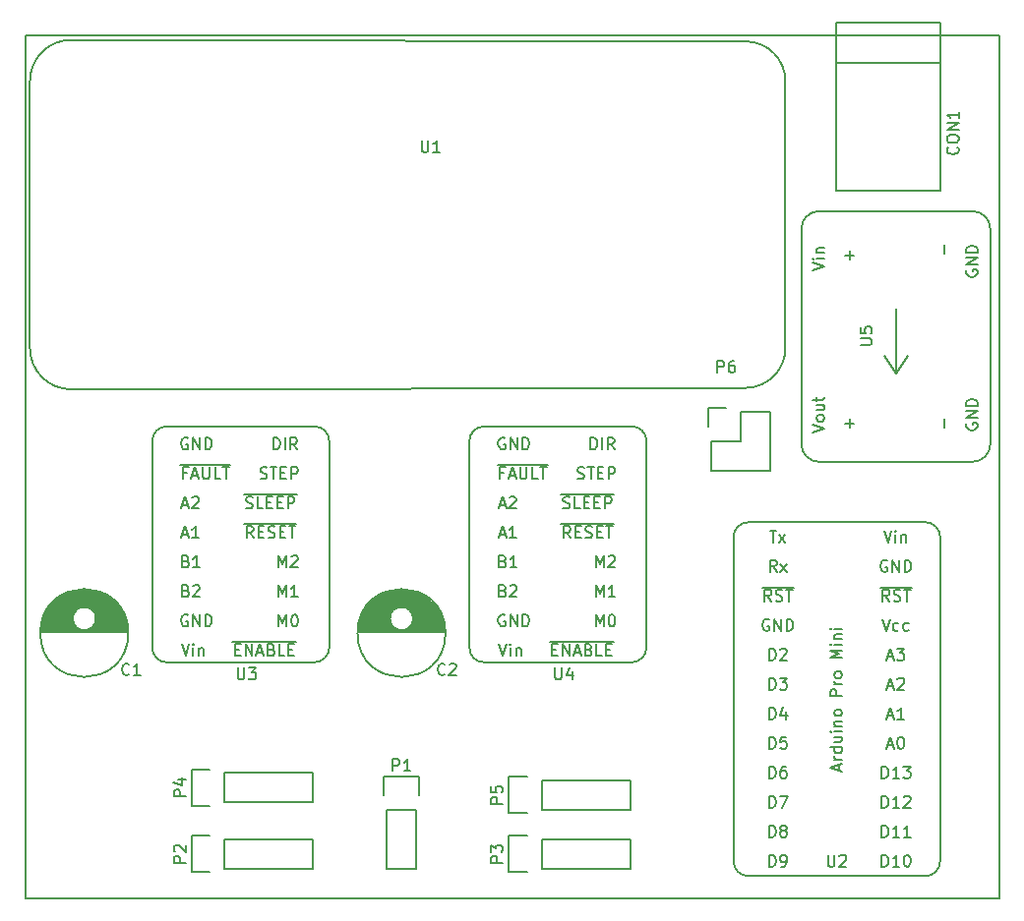
<source format=gbr>
G04 #@! TF.FileFunction,Legend,Top*
%FSLAX46Y46*%
G04 Gerber Fmt 4.6, Leading zero omitted, Abs format (unit mm)*
G04 Created by KiCad (PCBNEW 4.0.2-stable) date 13/03/2016 19:14:25*
%MOMM*%
G01*
G04 APERTURE LIST*
%ADD10C,0.100000*%
%ADD11C,0.150000*%
G04 APERTURE END LIST*
D10*
D11*
X177165000Y-64135000D02*
X177165000Y-138430000D01*
X177165000Y-64135000D02*
X93345000Y-64135000D01*
X172720000Y-138430000D02*
X177165000Y-138430000D01*
X93345000Y-138430000D02*
X172720000Y-138430000D01*
X93345000Y-64135000D02*
X93345000Y-138430000D01*
X94676000Y-115515000D02*
X102174000Y-115515000D01*
X94681000Y-115375000D02*
X102169000Y-115375000D01*
X94692000Y-115235000D02*
X97979000Y-115235000D01*
X98871000Y-115235000D02*
X102158000Y-115235000D01*
X94708000Y-115095000D02*
X97769000Y-115095000D01*
X99081000Y-115095000D02*
X102142000Y-115095000D01*
X94729000Y-114955000D02*
X97636000Y-114955000D01*
X99214000Y-114955000D02*
X102121000Y-114955000D01*
X94756000Y-114815000D02*
X97545000Y-114815000D01*
X99305000Y-114815000D02*
X102094000Y-114815000D01*
X94788000Y-114675000D02*
X97483000Y-114675000D01*
X99367000Y-114675000D02*
X102062000Y-114675000D01*
X94826000Y-114535000D02*
X97444000Y-114535000D01*
X99406000Y-114535000D02*
X102024000Y-114535000D01*
X94870000Y-114395000D02*
X97427000Y-114395000D01*
X99423000Y-114395000D02*
X101980000Y-114395000D01*
X94921000Y-114255000D02*
X97429000Y-114255000D01*
X99421000Y-114255000D02*
X101929000Y-114255000D01*
X94977000Y-114115000D02*
X97451000Y-114115000D01*
X99399000Y-114115000D02*
X101873000Y-114115000D01*
X95041000Y-113975000D02*
X97494000Y-113975000D01*
X99356000Y-113975000D02*
X101809000Y-113975000D01*
X95111000Y-113835000D02*
X97562000Y-113835000D01*
X99288000Y-113835000D02*
X101739000Y-113835000D01*
X95189000Y-113695000D02*
X97661000Y-113695000D01*
X99189000Y-113695000D02*
X101661000Y-113695000D01*
X95275000Y-113555000D02*
X97806000Y-113555000D01*
X99044000Y-113555000D02*
X101575000Y-113555000D01*
X95370000Y-113415000D02*
X98045000Y-113415000D01*
X98805000Y-113415000D02*
X101480000Y-113415000D01*
X95475000Y-113275000D02*
X101375000Y-113275000D01*
X95590000Y-113135000D02*
X101260000Y-113135000D01*
X95718000Y-112995000D02*
X101132000Y-112995000D01*
X95859000Y-112855000D02*
X100991000Y-112855000D01*
X96017000Y-112715000D02*
X100833000Y-112715000D01*
X96195000Y-112575000D02*
X100655000Y-112575000D01*
X96398000Y-112435000D02*
X100452000Y-112435000D01*
X96635000Y-112295000D02*
X100215000Y-112295000D01*
X96921000Y-112155000D02*
X99929000Y-112155000D01*
X97293000Y-112015000D02*
X99557000Y-112015000D01*
X97914000Y-111875000D02*
X98936000Y-111875000D01*
X99425000Y-114340000D02*
G75*
G03X99425000Y-114340000I-1000000J0D01*
G01*
X102212500Y-115590000D02*
G75*
G03X102212500Y-115590000I-3787500J0D01*
G01*
X121981000Y-115515000D02*
X129479000Y-115515000D01*
X121986000Y-115375000D02*
X129474000Y-115375000D01*
X121997000Y-115235000D02*
X125284000Y-115235000D01*
X126176000Y-115235000D02*
X129463000Y-115235000D01*
X122013000Y-115095000D02*
X125074000Y-115095000D01*
X126386000Y-115095000D02*
X129447000Y-115095000D01*
X122034000Y-114955000D02*
X124941000Y-114955000D01*
X126519000Y-114955000D02*
X129426000Y-114955000D01*
X122061000Y-114815000D02*
X124850000Y-114815000D01*
X126610000Y-114815000D02*
X129399000Y-114815000D01*
X122093000Y-114675000D02*
X124788000Y-114675000D01*
X126672000Y-114675000D02*
X129367000Y-114675000D01*
X122131000Y-114535000D02*
X124749000Y-114535000D01*
X126711000Y-114535000D02*
X129329000Y-114535000D01*
X122175000Y-114395000D02*
X124732000Y-114395000D01*
X126728000Y-114395000D02*
X129285000Y-114395000D01*
X122226000Y-114255000D02*
X124734000Y-114255000D01*
X126726000Y-114255000D02*
X129234000Y-114255000D01*
X122282000Y-114115000D02*
X124756000Y-114115000D01*
X126704000Y-114115000D02*
X129178000Y-114115000D01*
X122346000Y-113975000D02*
X124799000Y-113975000D01*
X126661000Y-113975000D02*
X129114000Y-113975000D01*
X122416000Y-113835000D02*
X124867000Y-113835000D01*
X126593000Y-113835000D02*
X129044000Y-113835000D01*
X122494000Y-113695000D02*
X124966000Y-113695000D01*
X126494000Y-113695000D02*
X128966000Y-113695000D01*
X122580000Y-113555000D02*
X125111000Y-113555000D01*
X126349000Y-113555000D02*
X128880000Y-113555000D01*
X122675000Y-113415000D02*
X125350000Y-113415000D01*
X126110000Y-113415000D02*
X128785000Y-113415000D01*
X122780000Y-113275000D02*
X128680000Y-113275000D01*
X122895000Y-113135000D02*
X128565000Y-113135000D01*
X123023000Y-112995000D02*
X128437000Y-112995000D01*
X123164000Y-112855000D02*
X128296000Y-112855000D01*
X123322000Y-112715000D02*
X128138000Y-112715000D01*
X123500000Y-112575000D02*
X127960000Y-112575000D01*
X123703000Y-112435000D02*
X127757000Y-112435000D01*
X123940000Y-112295000D02*
X127520000Y-112295000D01*
X124226000Y-112155000D02*
X127234000Y-112155000D01*
X124598000Y-112015000D02*
X126862000Y-112015000D01*
X125219000Y-111875000D02*
X126241000Y-111875000D01*
X126730000Y-114340000D02*
G75*
G03X126730000Y-114340000I-1000000J0D01*
G01*
X129517500Y-115590000D02*
G75*
G03X129517500Y-115590000I-3787500J0D01*
G01*
X172140880Y-66484500D02*
X163139120Y-66484500D01*
X172140880Y-62984380D02*
X163139120Y-62984380D01*
X163139120Y-62984380D02*
X163139120Y-77485240D01*
X163139120Y-77485240D02*
X172140880Y-77485240D01*
X172140880Y-77485240D02*
X172140880Y-62984380D01*
X124460000Y-130810000D02*
X124460000Y-135890000D01*
X124460000Y-135890000D02*
X127000000Y-135890000D01*
X127000000Y-135890000D02*
X127000000Y-130810000D01*
X127280000Y-127990000D02*
X127280000Y-129540000D01*
X127000000Y-130810000D02*
X124460000Y-130810000D01*
X124180000Y-129540000D02*
X124180000Y-127990000D01*
X124180000Y-127990000D02*
X127280000Y-127990000D01*
X110490000Y-135890000D02*
X118110000Y-135890000D01*
X110490000Y-133350000D02*
X118110000Y-133350000D01*
X107670000Y-133070000D02*
X109220000Y-133070000D01*
X118110000Y-135890000D02*
X118110000Y-133350000D01*
X110490000Y-133350000D02*
X110490000Y-135890000D01*
X109220000Y-136170000D02*
X107670000Y-136170000D01*
X107670000Y-136170000D02*
X107670000Y-133070000D01*
X137795000Y-135890000D02*
X145415000Y-135890000D01*
X137795000Y-133350000D02*
X145415000Y-133350000D01*
X134975000Y-133070000D02*
X136525000Y-133070000D01*
X145415000Y-135890000D02*
X145415000Y-133350000D01*
X137795000Y-133350000D02*
X137795000Y-135890000D01*
X136525000Y-136170000D02*
X134975000Y-136170000D01*
X134975000Y-136170000D02*
X134975000Y-133070000D01*
X110490000Y-130175000D02*
X118110000Y-130175000D01*
X110490000Y-127635000D02*
X118110000Y-127635000D01*
X107670000Y-127355000D02*
X109220000Y-127355000D01*
X118110000Y-130175000D02*
X118110000Y-127635000D01*
X110490000Y-127635000D02*
X110490000Y-130175000D01*
X109220000Y-130455000D02*
X107670000Y-130455000D01*
X107670000Y-130455000D02*
X107670000Y-127355000D01*
X137795000Y-130810000D02*
X145415000Y-130810000D01*
X137795000Y-128270000D02*
X145415000Y-128270000D01*
X134975000Y-127990000D02*
X136525000Y-127990000D01*
X145415000Y-130810000D02*
X145415000Y-128270000D01*
X137795000Y-128270000D02*
X137795000Y-130810000D01*
X136525000Y-131090000D02*
X134975000Y-131090000D01*
X134975000Y-131090000D02*
X134975000Y-127990000D01*
X152120000Y-97790000D02*
X152120000Y-96240000D01*
X153670000Y-96240000D02*
X152120000Y-96240000D01*
X152400000Y-99060000D02*
X154940000Y-99060000D01*
X154940000Y-99060000D02*
X154940000Y-96520000D01*
X154940000Y-96520000D02*
X157480000Y-96520000D01*
X157480000Y-96520000D02*
X157480000Y-101600000D01*
X157480000Y-101600000D02*
X152400000Y-101600000D01*
X152400000Y-101600000D02*
X152400000Y-99060000D01*
X155342001Y-64625000D02*
X97303001Y-64498000D01*
X97303001Y-94597000D02*
X155342001Y-94470000D01*
X155342001Y-94470000D02*
G75*
G03X158771001Y-91041000I0J3429000D01*
G01*
X158771001Y-68054000D02*
G75*
G03X155342001Y-64625000I-3429000J0D01*
G01*
X97303001Y-64498000D02*
G75*
G03X93747001Y-68054000I0J-3556000D01*
G01*
X93747001Y-91041000D02*
G75*
G03X97303001Y-94597000I3556000J0D01*
G01*
X93747001Y-91041000D02*
X93747001Y-68054000D01*
X158771001Y-91041000D02*
X158771001Y-68054000D01*
X172085000Y-107315000D02*
X172085000Y-135255000D01*
X155575000Y-106045000D02*
X170815000Y-106045000D01*
X154305000Y-135255000D02*
X154305000Y-107315000D01*
X170815000Y-136525000D02*
X155575000Y-136525000D01*
X170815000Y-136525000D02*
G75*
G03X172085000Y-135255000I0J1270000D01*
G01*
X154305000Y-135255000D02*
G75*
G03X155575000Y-136525000I1270000J0D01*
G01*
X155575000Y-106045000D02*
G75*
G03X154305000Y-107315000I0J-1270000D01*
G01*
X172085000Y-107315000D02*
G75*
G03X170815000Y-106045000I-1270000J0D01*
G01*
X105537000Y-97790000D02*
X118237000Y-97790000D01*
X119507000Y-116840000D02*
X119507000Y-99060000D01*
X105537000Y-118110000D02*
X118237000Y-118110000D01*
X104267000Y-116840000D02*
G75*
G03X105537000Y-118110000I1270000J0D01*
G01*
X105537000Y-97790000D02*
G75*
G03X104267000Y-99060000I0J-1270000D01*
G01*
X119507000Y-99060000D02*
G75*
G03X118237000Y-97790000I-1270000J0D01*
G01*
X118237000Y-118110000D02*
G75*
G03X119507000Y-116840000I0J1270000D01*
G01*
X104267000Y-99060000D02*
X104267000Y-116840000D01*
X132842000Y-97790000D02*
X145542000Y-97790000D01*
X146812000Y-116840000D02*
X146812000Y-99060000D01*
X132842000Y-118110000D02*
X145542000Y-118110000D01*
X131572000Y-116840000D02*
G75*
G03X132842000Y-118110000I1270000J0D01*
G01*
X132842000Y-97790000D02*
G75*
G03X131572000Y-99060000I0J-1270000D01*
G01*
X146812000Y-99060000D02*
G75*
G03X145542000Y-97790000I-1270000J0D01*
G01*
X145542000Y-118110000D02*
G75*
G03X146812000Y-116840000I0J1270000D01*
G01*
X131572000Y-99060000D02*
X131572000Y-116840000D01*
X168275000Y-93218000D02*
X167259000Y-91694000D01*
X168275000Y-87630000D02*
X168275000Y-93218000D01*
X168275000Y-93218000D02*
X169291000Y-91694000D01*
X174879000Y-100838000D02*
G75*
G03X176403000Y-99314000I0J1524000D01*
G01*
X161671000Y-100838000D02*
X174879000Y-100838000D01*
X160147000Y-99314000D02*
G75*
G03X161671000Y-100838000I1524000J0D01*
G01*
X160147000Y-80772000D02*
X160147000Y-99314000D01*
X161671000Y-79248000D02*
G75*
G03X160147000Y-80772000I0J-1524000D01*
G01*
X174879000Y-79248000D02*
X161671000Y-79248000D01*
X176403000Y-80772000D02*
X176403000Y-99314000D01*
X176403000Y-80772000D02*
G75*
G03X174879000Y-79248000I-1524000J0D01*
G01*
X102296934Y-119127543D02*
X102249315Y-119175162D01*
X102106458Y-119222781D01*
X102011220Y-119222781D01*
X101868362Y-119175162D01*
X101773124Y-119079924D01*
X101725505Y-118984686D01*
X101677886Y-118794210D01*
X101677886Y-118651352D01*
X101725505Y-118460876D01*
X101773124Y-118365638D01*
X101868362Y-118270400D01*
X102011220Y-118222781D01*
X102106458Y-118222781D01*
X102249315Y-118270400D01*
X102296934Y-118318019D01*
X103249315Y-119222781D02*
X102677886Y-119222781D01*
X102963600Y-119222781D02*
X102963600Y-118222781D01*
X102868362Y-118365638D01*
X102773124Y-118460876D01*
X102677886Y-118508495D01*
X129474934Y-119127543D02*
X129427315Y-119175162D01*
X129284458Y-119222781D01*
X129189220Y-119222781D01*
X129046362Y-119175162D01*
X128951124Y-119079924D01*
X128903505Y-118984686D01*
X128855886Y-118794210D01*
X128855886Y-118651352D01*
X128903505Y-118460876D01*
X128951124Y-118365638D01*
X129046362Y-118270400D01*
X129189220Y-118222781D01*
X129284458Y-118222781D01*
X129427315Y-118270400D01*
X129474934Y-118318019D01*
X129855886Y-118318019D02*
X129903505Y-118270400D01*
X129998743Y-118222781D01*
X130236839Y-118222781D01*
X130332077Y-118270400D01*
X130379696Y-118318019D01*
X130427315Y-118413257D01*
X130427315Y-118508495D01*
X130379696Y-118651352D01*
X129808267Y-119222781D01*
X130427315Y-119222781D01*
X173585143Y-73731285D02*
X173632762Y-73778904D01*
X173680381Y-73921761D01*
X173680381Y-74016999D01*
X173632762Y-74159857D01*
X173537524Y-74255095D01*
X173442286Y-74302714D01*
X173251810Y-74350333D01*
X173108952Y-74350333D01*
X172918476Y-74302714D01*
X172823238Y-74255095D01*
X172728000Y-74159857D01*
X172680381Y-74016999D01*
X172680381Y-73921761D01*
X172728000Y-73778904D01*
X172775619Y-73731285D01*
X172680381Y-73112238D02*
X172680381Y-72921761D01*
X172728000Y-72826523D01*
X172823238Y-72731285D01*
X173013714Y-72683666D01*
X173347048Y-72683666D01*
X173537524Y-72731285D01*
X173632762Y-72826523D01*
X173680381Y-72921761D01*
X173680381Y-73112238D01*
X173632762Y-73207476D01*
X173537524Y-73302714D01*
X173347048Y-73350333D01*
X173013714Y-73350333D01*
X172823238Y-73302714D01*
X172728000Y-73207476D01*
X172680381Y-73112238D01*
X173680381Y-72255095D02*
X172680381Y-72255095D01*
X173680381Y-71683666D01*
X172680381Y-71683666D01*
X173680381Y-70683666D02*
X173680381Y-71255095D01*
X173680381Y-70969381D02*
X172680381Y-70969381D01*
X172823238Y-71064619D01*
X172918476Y-71159857D01*
X172966095Y-71255095D01*
X124991905Y-127452381D02*
X124991905Y-126452381D01*
X125372858Y-126452381D01*
X125468096Y-126500000D01*
X125515715Y-126547619D01*
X125563334Y-126642857D01*
X125563334Y-126785714D01*
X125515715Y-126880952D01*
X125468096Y-126928571D01*
X125372858Y-126976190D01*
X124991905Y-126976190D01*
X126515715Y-127452381D02*
X125944286Y-127452381D01*
X126230000Y-127452381D02*
X126230000Y-126452381D01*
X126134762Y-126595238D01*
X126039524Y-126690476D01*
X125944286Y-126738095D01*
X107132381Y-135358095D02*
X106132381Y-135358095D01*
X106132381Y-134977142D01*
X106180000Y-134881904D01*
X106227619Y-134834285D01*
X106322857Y-134786666D01*
X106465714Y-134786666D01*
X106560952Y-134834285D01*
X106608571Y-134881904D01*
X106656190Y-134977142D01*
X106656190Y-135358095D01*
X106227619Y-134405714D02*
X106180000Y-134358095D01*
X106132381Y-134262857D01*
X106132381Y-134024761D01*
X106180000Y-133929523D01*
X106227619Y-133881904D01*
X106322857Y-133834285D01*
X106418095Y-133834285D01*
X106560952Y-133881904D01*
X107132381Y-134453333D01*
X107132381Y-133834285D01*
X134437381Y-135358095D02*
X133437381Y-135358095D01*
X133437381Y-134977142D01*
X133485000Y-134881904D01*
X133532619Y-134834285D01*
X133627857Y-134786666D01*
X133770714Y-134786666D01*
X133865952Y-134834285D01*
X133913571Y-134881904D01*
X133961190Y-134977142D01*
X133961190Y-135358095D01*
X133437381Y-134453333D02*
X133437381Y-133834285D01*
X133818333Y-134167619D01*
X133818333Y-134024761D01*
X133865952Y-133929523D01*
X133913571Y-133881904D01*
X134008810Y-133834285D01*
X134246905Y-133834285D01*
X134342143Y-133881904D01*
X134389762Y-133929523D01*
X134437381Y-134024761D01*
X134437381Y-134310476D01*
X134389762Y-134405714D01*
X134342143Y-134453333D01*
X107132381Y-129643095D02*
X106132381Y-129643095D01*
X106132381Y-129262142D01*
X106180000Y-129166904D01*
X106227619Y-129119285D01*
X106322857Y-129071666D01*
X106465714Y-129071666D01*
X106560952Y-129119285D01*
X106608571Y-129166904D01*
X106656190Y-129262142D01*
X106656190Y-129643095D01*
X106465714Y-128214523D02*
X107132381Y-128214523D01*
X106084762Y-128452619D02*
X106799048Y-128690714D01*
X106799048Y-128071666D01*
X134437381Y-130278095D02*
X133437381Y-130278095D01*
X133437381Y-129897142D01*
X133485000Y-129801904D01*
X133532619Y-129754285D01*
X133627857Y-129706666D01*
X133770714Y-129706666D01*
X133865952Y-129754285D01*
X133913571Y-129801904D01*
X133961190Y-129897142D01*
X133961190Y-130278095D01*
X133437381Y-128801904D02*
X133437381Y-129278095D01*
X133913571Y-129325714D01*
X133865952Y-129278095D01*
X133818333Y-129182857D01*
X133818333Y-128944761D01*
X133865952Y-128849523D01*
X133913571Y-128801904D01*
X134008810Y-128754285D01*
X134246905Y-128754285D01*
X134342143Y-128801904D01*
X134389762Y-128849523D01*
X134437381Y-128944761D01*
X134437381Y-129182857D01*
X134389762Y-129278095D01*
X134342143Y-129325714D01*
X152931905Y-93142381D02*
X152931905Y-92142381D01*
X153312858Y-92142381D01*
X153408096Y-92190000D01*
X153455715Y-92237619D01*
X153503334Y-92332857D01*
X153503334Y-92475714D01*
X153455715Y-92570952D01*
X153408096Y-92618571D01*
X153312858Y-92666190D01*
X152931905Y-92666190D01*
X154360477Y-92142381D02*
X154170000Y-92142381D01*
X154074762Y-92190000D01*
X154027143Y-92237619D01*
X153931905Y-92380476D01*
X153884286Y-92570952D01*
X153884286Y-92951905D01*
X153931905Y-93047143D01*
X153979524Y-93094762D01*
X154074762Y-93142381D01*
X154265239Y-93142381D01*
X154360477Y-93094762D01*
X154408096Y-93047143D01*
X154455715Y-92951905D01*
X154455715Y-92713810D01*
X154408096Y-92618571D01*
X154360477Y-92570952D01*
X154265239Y-92523333D01*
X154074762Y-92523333D01*
X153979524Y-92570952D01*
X153931905Y-92618571D01*
X153884286Y-92713810D01*
X127457295Y-73163181D02*
X127457295Y-73972705D01*
X127504914Y-74067943D01*
X127552533Y-74115562D01*
X127647771Y-74163181D01*
X127838248Y-74163181D01*
X127933486Y-74115562D01*
X127981105Y-74067943D01*
X128028724Y-73972705D01*
X128028724Y-73163181D01*
X129028724Y-74163181D02*
X128457295Y-74163181D01*
X128743009Y-74163181D02*
X128743009Y-73163181D01*
X128647771Y-73306038D01*
X128552533Y-73401276D01*
X128457295Y-73448895D01*
X162433095Y-134707381D02*
X162433095Y-135516905D01*
X162480714Y-135612143D01*
X162528333Y-135659762D01*
X162623571Y-135707381D01*
X162814048Y-135707381D01*
X162909286Y-135659762D01*
X162956905Y-135612143D01*
X163004524Y-135516905D01*
X163004524Y-134707381D01*
X163433095Y-134802619D02*
X163480714Y-134755000D01*
X163575952Y-134707381D01*
X163814048Y-134707381D01*
X163909286Y-134755000D01*
X163956905Y-134802619D01*
X164004524Y-134897857D01*
X164004524Y-134993095D01*
X163956905Y-135135952D01*
X163385476Y-135707381D01*
X164004524Y-135707381D01*
X163361667Y-127404048D02*
X163361667Y-126927857D01*
X163647381Y-127499286D02*
X162647381Y-127165953D01*
X163647381Y-126832619D01*
X163647381Y-126499286D02*
X162980714Y-126499286D01*
X163171190Y-126499286D02*
X163075952Y-126451667D01*
X163028333Y-126404048D01*
X162980714Y-126308810D01*
X162980714Y-126213571D01*
X163647381Y-125451666D02*
X162647381Y-125451666D01*
X163599762Y-125451666D02*
X163647381Y-125546904D01*
X163647381Y-125737381D01*
X163599762Y-125832619D01*
X163552143Y-125880238D01*
X163456905Y-125927857D01*
X163171190Y-125927857D01*
X163075952Y-125880238D01*
X163028333Y-125832619D01*
X162980714Y-125737381D01*
X162980714Y-125546904D01*
X163028333Y-125451666D01*
X162980714Y-124546904D02*
X163647381Y-124546904D01*
X162980714Y-124975476D02*
X163504524Y-124975476D01*
X163599762Y-124927857D01*
X163647381Y-124832619D01*
X163647381Y-124689761D01*
X163599762Y-124594523D01*
X163552143Y-124546904D01*
X163647381Y-124070714D02*
X162980714Y-124070714D01*
X162647381Y-124070714D02*
X162695000Y-124118333D01*
X162742619Y-124070714D01*
X162695000Y-124023095D01*
X162647381Y-124070714D01*
X162742619Y-124070714D01*
X162980714Y-123594524D02*
X163647381Y-123594524D01*
X163075952Y-123594524D02*
X163028333Y-123546905D01*
X162980714Y-123451667D01*
X162980714Y-123308809D01*
X163028333Y-123213571D01*
X163123571Y-123165952D01*
X163647381Y-123165952D01*
X163647381Y-122546905D02*
X163599762Y-122642143D01*
X163552143Y-122689762D01*
X163456905Y-122737381D01*
X163171190Y-122737381D01*
X163075952Y-122689762D01*
X163028333Y-122642143D01*
X162980714Y-122546905D01*
X162980714Y-122404047D01*
X163028333Y-122308809D01*
X163075952Y-122261190D01*
X163171190Y-122213571D01*
X163456905Y-122213571D01*
X163552143Y-122261190D01*
X163599762Y-122308809D01*
X163647381Y-122404047D01*
X163647381Y-122546905D01*
X163647381Y-121023095D02*
X162647381Y-121023095D01*
X162647381Y-120642142D01*
X162695000Y-120546904D01*
X162742619Y-120499285D01*
X162837857Y-120451666D01*
X162980714Y-120451666D01*
X163075952Y-120499285D01*
X163123571Y-120546904D01*
X163171190Y-120642142D01*
X163171190Y-121023095D01*
X163647381Y-120023095D02*
X162980714Y-120023095D01*
X163171190Y-120023095D02*
X163075952Y-119975476D01*
X163028333Y-119927857D01*
X162980714Y-119832619D01*
X162980714Y-119737380D01*
X163647381Y-119261190D02*
X163599762Y-119356428D01*
X163552143Y-119404047D01*
X163456905Y-119451666D01*
X163171190Y-119451666D01*
X163075952Y-119404047D01*
X163028333Y-119356428D01*
X162980714Y-119261190D01*
X162980714Y-119118332D01*
X163028333Y-119023094D01*
X163075952Y-118975475D01*
X163171190Y-118927856D01*
X163456905Y-118927856D01*
X163552143Y-118975475D01*
X163599762Y-119023094D01*
X163647381Y-119118332D01*
X163647381Y-119261190D01*
X163647381Y-117737380D02*
X162647381Y-117737380D01*
X163361667Y-117404046D01*
X162647381Y-117070713D01*
X163647381Y-117070713D01*
X163647381Y-116594523D02*
X162980714Y-116594523D01*
X162647381Y-116594523D02*
X162695000Y-116642142D01*
X162742619Y-116594523D01*
X162695000Y-116546904D01*
X162647381Y-116594523D01*
X162742619Y-116594523D01*
X162980714Y-116118333D02*
X163647381Y-116118333D01*
X163075952Y-116118333D02*
X163028333Y-116070714D01*
X162980714Y-115975476D01*
X162980714Y-115832618D01*
X163028333Y-115737380D01*
X163123571Y-115689761D01*
X163647381Y-115689761D01*
X163647381Y-115213571D02*
X162980714Y-115213571D01*
X162647381Y-115213571D02*
X162695000Y-115261190D01*
X162742619Y-115213571D01*
X162695000Y-115165952D01*
X162647381Y-115213571D01*
X162742619Y-115213571D01*
X167251191Y-106767381D02*
X167584524Y-107767381D01*
X167917858Y-106767381D01*
X168251191Y-107767381D02*
X168251191Y-107100714D01*
X168251191Y-106767381D02*
X168203572Y-106815000D01*
X168251191Y-106862619D01*
X168298810Y-106815000D01*
X168251191Y-106767381D01*
X168251191Y-106862619D01*
X168727381Y-107100714D02*
X168727381Y-107767381D01*
X168727381Y-107195952D02*
X168775000Y-107148333D01*
X168870238Y-107100714D01*
X169013096Y-107100714D01*
X169108334Y-107148333D01*
X169155953Y-107243571D01*
X169155953Y-107767381D01*
X167513096Y-109355000D02*
X167417858Y-109307381D01*
X167275001Y-109307381D01*
X167132143Y-109355000D01*
X167036905Y-109450238D01*
X166989286Y-109545476D01*
X166941667Y-109735952D01*
X166941667Y-109878810D01*
X166989286Y-110069286D01*
X167036905Y-110164524D01*
X167132143Y-110259762D01*
X167275001Y-110307381D01*
X167370239Y-110307381D01*
X167513096Y-110259762D01*
X167560715Y-110212143D01*
X167560715Y-109878810D01*
X167370239Y-109878810D01*
X167989286Y-110307381D02*
X167989286Y-109307381D01*
X168560715Y-110307381D01*
X168560715Y-109307381D01*
X169036905Y-110307381D02*
X169036905Y-109307381D01*
X169275000Y-109307381D01*
X169417858Y-109355000D01*
X169513096Y-109450238D01*
X169560715Y-109545476D01*
X169608334Y-109735952D01*
X169608334Y-109878810D01*
X169560715Y-110069286D01*
X169513096Y-110164524D01*
X169417858Y-110259762D01*
X169275000Y-110307381D01*
X169036905Y-110307381D01*
X167727381Y-112847381D02*
X167394047Y-112371190D01*
X167155952Y-112847381D02*
X167155952Y-111847381D01*
X167536905Y-111847381D01*
X167632143Y-111895000D01*
X167679762Y-111942619D01*
X167727381Y-112037857D01*
X167727381Y-112180714D01*
X167679762Y-112275952D01*
X167632143Y-112323571D01*
X167536905Y-112371190D01*
X167155952Y-112371190D01*
X168108333Y-112799762D02*
X168251190Y-112847381D01*
X168489286Y-112847381D01*
X168584524Y-112799762D01*
X168632143Y-112752143D01*
X168679762Y-112656905D01*
X168679762Y-112561667D01*
X168632143Y-112466429D01*
X168584524Y-112418810D01*
X168489286Y-112371190D01*
X168298809Y-112323571D01*
X168203571Y-112275952D01*
X168155952Y-112228333D01*
X168108333Y-112133095D01*
X168108333Y-112037857D01*
X168155952Y-111942619D01*
X168203571Y-111895000D01*
X168298809Y-111847381D01*
X168536905Y-111847381D01*
X168679762Y-111895000D01*
X168965476Y-111847381D02*
X169536905Y-111847381D01*
X169251190Y-112847381D02*
X169251190Y-111847381D01*
X166917857Y-111675000D02*
X169632143Y-111675000D01*
X167084524Y-114387381D02*
X167417857Y-115387381D01*
X167751191Y-114387381D01*
X168513096Y-115339762D02*
X168417858Y-115387381D01*
X168227381Y-115387381D01*
X168132143Y-115339762D01*
X168084524Y-115292143D01*
X168036905Y-115196905D01*
X168036905Y-114911190D01*
X168084524Y-114815952D01*
X168132143Y-114768333D01*
X168227381Y-114720714D01*
X168417858Y-114720714D01*
X168513096Y-114768333D01*
X169370239Y-115339762D02*
X169275001Y-115387381D01*
X169084524Y-115387381D01*
X168989286Y-115339762D01*
X168941667Y-115292143D01*
X168894048Y-115196905D01*
X168894048Y-114911190D01*
X168941667Y-114815952D01*
X168989286Y-114768333D01*
X169084524Y-114720714D01*
X169275001Y-114720714D01*
X169370239Y-114768333D01*
X167560714Y-117641667D02*
X168036905Y-117641667D01*
X167465476Y-117927381D02*
X167798809Y-116927381D01*
X168132143Y-117927381D01*
X168370238Y-116927381D02*
X168989286Y-116927381D01*
X168655952Y-117308333D01*
X168798810Y-117308333D01*
X168894048Y-117355952D01*
X168941667Y-117403571D01*
X168989286Y-117498810D01*
X168989286Y-117736905D01*
X168941667Y-117832143D01*
X168894048Y-117879762D01*
X168798810Y-117927381D01*
X168513095Y-117927381D01*
X168417857Y-117879762D01*
X168370238Y-117832143D01*
X167560714Y-120181667D02*
X168036905Y-120181667D01*
X167465476Y-120467381D02*
X167798809Y-119467381D01*
X168132143Y-120467381D01*
X168417857Y-119562619D02*
X168465476Y-119515000D01*
X168560714Y-119467381D01*
X168798810Y-119467381D01*
X168894048Y-119515000D01*
X168941667Y-119562619D01*
X168989286Y-119657857D01*
X168989286Y-119753095D01*
X168941667Y-119895952D01*
X168370238Y-120467381D01*
X168989286Y-120467381D01*
X167560714Y-122721667D02*
X168036905Y-122721667D01*
X167465476Y-123007381D02*
X167798809Y-122007381D01*
X168132143Y-123007381D01*
X168989286Y-123007381D02*
X168417857Y-123007381D01*
X168703571Y-123007381D02*
X168703571Y-122007381D01*
X168608333Y-122150238D01*
X168513095Y-122245476D01*
X168417857Y-122293095D01*
X167560714Y-125261667D02*
X168036905Y-125261667D01*
X167465476Y-125547381D02*
X167798809Y-124547381D01*
X168132143Y-125547381D01*
X168655952Y-124547381D02*
X168751191Y-124547381D01*
X168846429Y-124595000D01*
X168894048Y-124642619D01*
X168941667Y-124737857D01*
X168989286Y-124928333D01*
X168989286Y-125166429D01*
X168941667Y-125356905D01*
X168894048Y-125452143D01*
X168846429Y-125499762D01*
X168751191Y-125547381D01*
X168655952Y-125547381D01*
X168560714Y-125499762D01*
X168513095Y-125452143D01*
X168465476Y-125356905D01*
X168417857Y-125166429D01*
X168417857Y-124928333D01*
X168465476Y-124737857D01*
X168513095Y-124642619D01*
X168560714Y-124595000D01*
X168655952Y-124547381D01*
X167060714Y-128087381D02*
X167060714Y-127087381D01*
X167298809Y-127087381D01*
X167441667Y-127135000D01*
X167536905Y-127230238D01*
X167584524Y-127325476D01*
X167632143Y-127515952D01*
X167632143Y-127658810D01*
X167584524Y-127849286D01*
X167536905Y-127944524D01*
X167441667Y-128039762D01*
X167298809Y-128087381D01*
X167060714Y-128087381D01*
X168584524Y-128087381D02*
X168013095Y-128087381D01*
X168298809Y-128087381D02*
X168298809Y-127087381D01*
X168203571Y-127230238D01*
X168108333Y-127325476D01*
X168013095Y-127373095D01*
X168917857Y-127087381D02*
X169536905Y-127087381D01*
X169203571Y-127468333D01*
X169346429Y-127468333D01*
X169441667Y-127515952D01*
X169489286Y-127563571D01*
X169536905Y-127658810D01*
X169536905Y-127896905D01*
X169489286Y-127992143D01*
X169441667Y-128039762D01*
X169346429Y-128087381D01*
X169060714Y-128087381D01*
X168965476Y-128039762D01*
X168917857Y-127992143D01*
X167060714Y-130627381D02*
X167060714Y-129627381D01*
X167298809Y-129627381D01*
X167441667Y-129675000D01*
X167536905Y-129770238D01*
X167584524Y-129865476D01*
X167632143Y-130055952D01*
X167632143Y-130198810D01*
X167584524Y-130389286D01*
X167536905Y-130484524D01*
X167441667Y-130579762D01*
X167298809Y-130627381D01*
X167060714Y-130627381D01*
X168584524Y-130627381D02*
X168013095Y-130627381D01*
X168298809Y-130627381D02*
X168298809Y-129627381D01*
X168203571Y-129770238D01*
X168108333Y-129865476D01*
X168013095Y-129913095D01*
X168965476Y-129722619D02*
X169013095Y-129675000D01*
X169108333Y-129627381D01*
X169346429Y-129627381D01*
X169441667Y-129675000D01*
X169489286Y-129722619D01*
X169536905Y-129817857D01*
X169536905Y-129913095D01*
X169489286Y-130055952D01*
X168917857Y-130627381D01*
X169536905Y-130627381D01*
X167060714Y-133167381D02*
X167060714Y-132167381D01*
X167298809Y-132167381D01*
X167441667Y-132215000D01*
X167536905Y-132310238D01*
X167584524Y-132405476D01*
X167632143Y-132595952D01*
X167632143Y-132738810D01*
X167584524Y-132929286D01*
X167536905Y-133024524D01*
X167441667Y-133119762D01*
X167298809Y-133167381D01*
X167060714Y-133167381D01*
X168584524Y-133167381D02*
X168013095Y-133167381D01*
X168298809Y-133167381D02*
X168298809Y-132167381D01*
X168203571Y-132310238D01*
X168108333Y-132405476D01*
X168013095Y-132453095D01*
X169536905Y-133167381D02*
X168965476Y-133167381D01*
X169251190Y-133167381D02*
X169251190Y-132167381D01*
X169155952Y-132310238D01*
X169060714Y-132405476D01*
X168965476Y-132453095D01*
X167060714Y-135707381D02*
X167060714Y-134707381D01*
X167298809Y-134707381D01*
X167441667Y-134755000D01*
X167536905Y-134850238D01*
X167584524Y-134945476D01*
X167632143Y-135135952D01*
X167632143Y-135278810D01*
X167584524Y-135469286D01*
X167536905Y-135564524D01*
X167441667Y-135659762D01*
X167298809Y-135707381D01*
X167060714Y-135707381D01*
X168584524Y-135707381D02*
X168013095Y-135707381D01*
X168298809Y-135707381D02*
X168298809Y-134707381D01*
X168203571Y-134850238D01*
X168108333Y-134945476D01*
X168013095Y-134993095D01*
X169203571Y-134707381D02*
X169298810Y-134707381D01*
X169394048Y-134755000D01*
X169441667Y-134802619D01*
X169489286Y-134897857D01*
X169536905Y-135088333D01*
X169536905Y-135326429D01*
X169489286Y-135516905D01*
X169441667Y-135612143D01*
X169394048Y-135659762D01*
X169298810Y-135707381D01*
X169203571Y-135707381D01*
X169108333Y-135659762D01*
X169060714Y-135612143D01*
X169013095Y-135516905D01*
X168965476Y-135326429D01*
X168965476Y-135088333D01*
X169013095Y-134897857D01*
X169060714Y-134802619D01*
X169108333Y-134755000D01*
X169203571Y-134707381D01*
X157376905Y-135707381D02*
X157376905Y-134707381D01*
X157615000Y-134707381D01*
X157757858Y-134755000D01*
X157853096Y-134850238D01*
X157900715Y-134945476D01*
X157948334Y-135135952D01*
X157948334Y-135278810D01*
X157900715Y-135469286D01*
X157853096Y-135564524D01*
X157757858Y-135659762D01*
X157615000Y-135707381D01*
X157376905Y-135707381D01*
X158424524Y-135707381D02*
X158615000Y-135707381D01*
X158710239Y-135659762D01*
X158757858Y-135612143D01*
X158853096Y-135469286D01*
X158900715Y-135278810D01*
X158900715Y-134897857D01*
X158853096Y-134802619D01*
X158805477Y-134755000D01*
X158710239Y-134707381D01*
X158519762Y-134707381D01*
X158424524Y-134755000D01*
X158376905Y-134802619D01*
X158329286Y-134897857D01*
X158329286Y-135135952D01*
X158376905Y-135231190D01*
X158424524Y-135278810D01*
X158519762Y-135326429D01*
X158710239Y-135326429D01*
X158805477Y-135278810D01*
X158853096Y-135231190D01*
X158900715Y-135135952D01*
X157376905Y-133167381D02*
X157376905Y-132167381D01*
X157615000Y-132167381D01*
X157757858Y-132215000D01*
X157853096Y-132310238D01*
X157900715Y-132405476D01*
X157948334Y-132595952D01*
X157948334Y-132738810D01*
X157900715Y-132929286D01*
X157853096Y-133024524D01*
X157757858Y-133119762D01*
X157615000Y-133167381D01*
X157376905Y-133167381D01*
X158519762Y-132595952D02*
X158424524Y-132548333D01*
X158376905Y-132500714D01*
X158329286Y-132405476D01*
X158329286Y-132357857D01*
X158376905Y-132262619D01*
X158424524Y-132215000D01*
X158519762Y-132167381D01*
X158710239Y-132167381D01*
X158805477Y-132215000D01*
X158853096Y-132262619D01*
X158900715Y-132357857D01*
X158900715Y-132405476D01*
X158853096Y-132500714D01*
X158805477Y-132548333D01*
X158710239Y-132595952D01*
X158519762Y-132595952D01*
X158424524Y-132643571D01*
X158376905Y-132691190D01*
X158329286Y-132786429D01*
X158329286Y-132976905D01*
X158376905Y-133072143D01*
X158424524Y-133119762D01*
X158519762Y-133167381D01*
X158710239Y-133167381D01*
X158805477Y-133119762D01*
X158853096Y-133072143D01*
X158900715Y-132976905D01*
X158900715Y-132786429D01*
X158853096Y-132691190D01*
X158805477Y-132643571D01*
X158710239Y-132595952D01*
X157376905Y-130627381D02*
X157376905Y-129627381D01*
X157615000Y-129627381D01*
X157757858Y-129675000D01*
X157853096Y-129770238D01*
X157900715Y-129865476D01*
X157948334Y-130055952D01*
X157948334Y-130198810D01*
X157900715Y-130389286D01*
X157853096Y-130484524D01*
X157757858Y-130579762D01*
X157615000Y-130627381D01*
X157376905Y-130627381D01*
X158281667Y-129627381D02*
X158948334Y-129627381D01*
X158519762Y-130627381D01*
X157376905Y-128087381D02*
X157376905Y-127087381D01*
X157615000Y-127087381D01*
X157757858Y-127135000D01*
X157853096Y-127230238D01*
X157900715Y-127325476D01*
X157948334Y-127515952D01*
X157948334Y-127658810D01*
X157900715Y-127849286D01*
X157853096Y-127944524D01*
X157757858Y-128039762D01*
X157615000Y-128087381D01*
X157376905Y-128087381D01*
X158805477Y-127087381D02*
X158615000Y-127087381D01*
X158519762Y-127135000D01*
X158472143Y-127182619D01*
X158376905Y-127325476D01*
X158329286Y-127515952D01*
X158329286Y-127896905D01*
X158376905Y-127992143D01*
X158424524Y-128039762D01*
X158519762Y-128087381D01*
X158710239Y-128087381D01*
X158805477Y-128039762D01*
X158853096Y-127992143D01*
X158900715Y-127896905D01*
X158900715Y-127658810D01*
X158853096Y-127563571D01*
X158805477Y-127515952D01*
X158710239Y-127468333D01*
X158519762Y-127468333D01*
X158424524Y-127515952D01*
X158376905Y-127563571D01*
X158329286Y-127658810D01*
X157376905Y-125547381D02*
X157376905Y-124547381D01*
X157615000Y-124547381D01*
X157757858Y-124595000D01*
X157853096Y-124690238D01*
X157900715Y-124785476D01*
X157948334Y-124975952D01*
X157948334Y-125118810D01*
X157900715Y-125309286D01*
X157853096Y-125404524D01*
X157757858Y-125499762D01*
X157615000Y-125547381D01*
X157376905Y-125547381D01*
X158853096Y-124547381D02*
X158376905Y-124547381D01*
X158329286Y-125023571D01*
X158376905Y-124975952D01*
X158472143Y-124928333D01*
X158710239Y-124928333D01*
X158805477Y-124975952D01*
X158853096Y-125023571D01*
X158900715Y-125118810D01*
X158900715Y-125356905D01*
X158853096Y-125452143D01*
X158805477Y-125499762D01*
X158710239Y-125547381D01*
X158472143Y-125547381D01*
X158376905Y-125499762D01*
X158329286Y-125452143D01*
X157376905Y-123007381D02*
X157376905Y-122007381D01*
X157615000Y-122007381D01*
X157757858Y-122055000D01*
X157853096Y-122150238D01*
X157900715Y-122245476D01*
X157948334Y-122435952D01*
X157948334Y-122578810D01*
X157900715Y-122769286D01*
X157853096Y-122864524D01*
X157757858Y-122959762D01*
X157615000Y-123007381D01*
X157376905Y-123007381D01*
X158805477Y-122340714D02*
X158805477Y-123007381D01*
X158567381Y-121959762D02*
X158329286Y-122674048D01*
X158948334Y-122674048D01*
X157376905Y-120467381D02*
X157376905Y-119467381D01*
X157615000Y-119467381D01*
X157757858Y-119515000D01*
X157853096Y-119610238D01*
X157900715Y-119705476D01*
X157948334Y-119895952D01*
X157948334Y-120038810D01*
X157900715Y-120229286D01*
X157853096Y-120324524D01*
X157757858Y-120419762D01*
X157615000Y-120467381D01*
X157376905Y-120467381D01*
X158281667Y-119467381D02*
X158900715Y-119467381D01*
X158567381Y-119848333D01*
X158710239Y-119848333D01*
X158805477Y-119895952D01*
X158853096Y-119943571D01*
X158900715Y-120038810D01*
X158900715Y-120276905D01*
X158853096Y-120372143D01*
X158805477Y-120419762D01*
X158710239Y-120467381D01*
X158424524Y-120467381D01*
X158329286Y-120419762D01*
X158281667Y-120372143D01*
X157376905Y-117927381D02*
X157376905Y-116927381D01*
X157615000Y-116927381D01*
X157757858Y-116975000D01*
X157853096Y-117070238D01*
X157900715Y-117165476D01*
X157948334Y-117355952D01*
X157948334Y-117498810D01*
X157900715Y-117689286D01*
X157853096Y-117784524D01*
X157757858Y-117879762D01*
X157615000Y-117927381D01*
X157376905Y-117927381D01*
X158329286Y-117022619D02*
X158376905Y-116975000D01*
X158472143Y-116927381D01*
X158710239Y-116927381D01*
X158805477Y-116975000D01*
X158853096Y-117022619D01*
X158900715Y-117117857D01*
X158900715Y-117213095D01*
X158853096Y-117355952D01*
X158281667Y-117927381D01*
X158900715Y-117927381D01*
X157353096Y-114435000D02*
X157257858Y-114387381D01*
X157115001Y-114387381D01*
X156972143Y-114435000D01*
X156876905Y-114530238D01*
X156829286Y-114625476D01*
X156781667Y-114815952D01*
X156781667Y-114958810D01*
X156829286Y-115149286D01*
X156876905Y-115244524D01*
X156972143Y-115339762D01*
X157115001Y-115387381D01*
X157210239Y-115387381D01*
X157353096Y-115339762D01*
X157400715Y-115292143D01*
X157400715Y-114958810D01*
X157210239Y-114958810D01*
X157829286Y-115387381D02*
X157829286Y-114387381D01*
X158400715Y-115387381D01*
X158400715Y-114387381D01*
X158876905Y-115387381D02*
X158876905Y-114387381D01*
X159115000Y-114387381D01*
X159257858Y-114435000D01*
X159353096Y-114530238D01*
X159400715Y-114625476D01*
X159448334Y-114815952D01*
X159448334Y-114958810D01*
X159400715Y-115149286D01*
X159353096Y-115244524D01*
X159257858Y-115339762D01*
X159115000Y-115387381D01*
X158876905Y-115387381D01*
X157567381Y-112847381D02*
X157234047Y-112371190D01*
X156995952Y-112847381D02*
X156995952Y-111847381D01*
X157376905Y-111847381D01*
X157472143Y-111895000D01*
X157519762Y-111942619D01*
X157567381Y-112037857D01*
X157567381Y-112180714D01*
X157519762Y-112275952D01*
X157472143Y-112323571D01*
X157376905Y-112371190D01*
X156995952Y-112371190D01*
X157948333Y-112799762D02*
X158091190Y-112847381D01*
X158329286Y-112847381D01*
X158424524Y-112799762D01*
X158472143Y-112752143D01*
X158519762Y-112656905D01*
X158519762Y-112561667D01*
X158472143Y-112466429D01*
X158424524Y-112418810D01*
X158329286Y-112371190D01*
X158138809Y-112323571D01*
X158043571Y-112275952D01*
X157995952Y-112228333D01*
X157948333Y-112133095D01*
X157948333Y-112037857D01*
X157995952Y-111942619D01*
X158043571Y-111895000D01*
X158138809Y-111847381D01*
X158376905Y-111847381D01*
X158519762Y-111895000D01*
X158805476Y-111847381D02*
X159376905Y-111847381D01*
X159091190Y-112847381D02*
X159091190Y-111847381D01*
X156757857Y-111675000D02*
X159472143Y-111675000D01*
X158019762Y-110307381D02*
X157686428Y-109831190D01*
X157448333Y-110307381D02*
X157448333Y-109307381D01*
X157829286Y-109307381D01*
X157924524Y-109355000D01*
X157972143Y-109402619D01*
X158019762Y-109497857D01*
X158019762Y-109640714D01*
X157972143Y-109735952D01*
X157924524Y-109783571D01*
X157829286Y-109831190D01*
X157448333Y-109831190D01*
X158353095Y-110307381D02*
X158876905Y-109640714D01*
X158353095Y-109640714D02*
X158876905Y-110307381D01*
X157424524Y-106767381D02*
X157995953Y-106767381D01*
X157710238Y-107767381D02*
X157710238Y-106767381D01*
X158234048Y-107767381D02*
X158757858Y-107100714D01*
X158234048Y-107100714D02*
X158757858Y-107767381D01*
X111633095Y-118578381D02*
X111633095Y-119387905D01*
X111680714Y-119483143D01*
X111728333Y-119530762D01*
X111823571Y-119578381D01*
X112014048Y-119578381D01*
X112109286Y-119530762D01*
X112156905Y-119483143D01*
X112204524Y-119387905D01*
X112204524Y-118578381D01*
X112585476Y-118578381D02*
X113204524Y-118578381D01*
X112871190Y-118959333D01*
X113014048Y-118959333D01*
X113109286Y-119006952D01*
X113156905Y-119054571D01*
X113204524Y-119149810D01*
X113204524Y-119387905D01*
X113156905Y-119483143D01*
X113109286Y-119530762D01*
X113014048Y-119578381D01*
X112728333Y-119578381D01*
X112633095Y-119530762D01*
X112585476Y-119483143D01*
X114697000Y-99766381D02*
X114697000Y-98766381D01*
X114935095Y-98766381D01*
X115077953Y-98814000D01*
X115173191Y-98909238D01*
X115220810Y-99004476D01*
X115268429Y-99194952D01*
X115268429Y-99337810D01*
X115220810Y-99528286D01*
X115173191Y-99623524D01*
X115077953Y-99718762D01*
X114935095Y-99766381D01*
X114697000Y-99766381D01*
X115697000Y-99766381D02*
X115697000Y-98766381D01*
X116744619Y-99766381D02*
X116411285Y-99290190D01*
X116173190Y-99766381D02*
X116173190Y-98766381D01*
X116554143Y-98766381D01*
X116649381Y-98814000D01*
X116697000Y-98861619D01*
X116744619Y-98956857D01*
X116744619Y-99099714D01*
X116697000Y-99194952D01*
X116649381Y-99242571D01*
X116554143Y-99290190D01*
X116173190Y-99290190D01*
X113569952Y-102258762D02*
X113712809Y-102306381D01*
X113950905Y-102306381D01*
X114046143Y-102258762D01*
X114093762Y-102211143D01*
X114141381Y-102115905D01*
X114141381Y-102020667D01*
X114093762Y-101925429D01*
X114046143Y-101877810D01*
X113950905Y-101830190D01*
X113760428Y-101782571D01*
X113665190Y-101734952D01*
X113617571Y-101687333D01*
X113569952Y-101592095D01*
X113569952Y-101496857D01*
X113617571Y-101401619D01*
X113665190Y-101354000D01*
X113760428Y-101306381D01*
X113998524Y-101306381D01*
X114141381Y-101354000D01*
X114427095Y-101306381D02*
X114998524Y-101306381D01*
X114712809Y-102306381D02*
X114712809Y-101306381D01*
X115331857Y-101782571D02*
X115665191Y-101782571D01*
X115808048Y-102306381D02*
X115331857Y-102306381D01*
X115331857Y-101306381D01*
X115808048Y-101306381D01*
X116236619Y-102306381D02*
X116236619Y-101306381D01*
X116617572Y-101306381D01*
X116712810Y-101354000D01*
X116760429Y-101401619D01*
X116808048Y-101496857D01*
X116808048Y-101639714D01*
X116760429Y-101734952D01*
X116712810Y-101782571D01*
X116617572Y-101830190D01*
X116236619Y-101830190D01*
X112331762Y-104798762D02*
X112474619Y-104846381D01*
X112712715Y-104846381D01*
X112807953Y-104798762D01*
X112855572Y-104751143D01*
X112903191Y-104655905D01*
X112903191Y-104560667D01*
X112855572Y-104465429D01*
X112807953Y-104417810D01*
X112712715Y-104370190D01*
X112522238Y-104322571D01*
X112427000Y-104274952D01*
X112379381Y-104227333D01*
X112331762Y-104132095D01*
X112331762Y-104036857D01*
X112379381Y-103941619D01*
X112427000Y-103894000D01*
X112522238Y-103846381D01*
X112760334Y-103846381D01*
X112903191Y-103894000D01*
X113807953Y-104846381D02*
X113331762Y-104846381D01*
X113331762Y-103846381D01*
X114141286Y-104322571D02*
X114474620Y-104322571D01*
X114617477Y-104846381D02*
X114141286Y-104846381D01*
X114141286Y-103846381D01*
X114617477Y-103846381D01*
X115046048Y-104322571D02*
X115379382Y-104322571D01*
X115522239Y-104846381D02*
X115046048Y-104846381D01*
X115046048Y-103846381D01*
X115522239Y-103846381D01*
X115950810Y-104846381D02*
X115950810Y-103846381D01*
X116331763Y-103846381D01*
X116427001Y-103894000D01*
X116474620Y-103941619D01*
X116522239Y-104036857D01*
X116522239Y-104179714D01*
X116474620Y-104274952D01*
X116427001Y-104322571D01*
X116331763Y-104370190D01*
X115950810Y-104370190D01*
X112141286Y-103674000D02*
X116712715Y-103674000D01*
X112974619Y-107386381D02*
X112641285Y-106910190D01*
X112403190Y-107386381D02*
X112403190Y-106386381D01*
X112784143Y-106386381D01*
X112879381Y-106434000D01*
X112927000Y-106481619D01*
X112974619Y-106576857D01*
X112974619Y-106719714D01*
X112927000Y-106814952D01*
X112879381Y-106862571D01*
X112784143Y-106910190D01*
X112403190Y-106910190D01*
X113403190Y-106862571D02*
X113736524Y-106862571D01*
X113879381Y-107386381D02*
X113403190Y-107386381D01*
X113403190Y-106386381D01*
X113879381Y-106386381D01*
X114260333Y-107338762D02*
X114403190Y-107386381D01*
X114641286Y-107386381D01*
X114736524Y-107338762D01*
X114784143Y-107291143D01*
X114831762Y-107195905D01*
X114831762Y-107100667D01*
X114784143Y-107005429D01*
X114736524Y-106957810D01*
X114641286Y-106910190D01*
X114450809Y-106862571D01*
X114355571Y-106814952D01*
X114307952Y-106767333D01*
X114260333Y-106672095D01*
X114260333Y-106576857D01*
X114307952Y-106481619D01*
X114355571Y-106434000D01*
X114450809Y-106386381D01*
X114688905Y-106386381D01*
X114831762Y-106434000D01*
X115260333Y-106862571D02*
X115593667Y-106862571D01*
X115736524Y-107386381D02*
X115260333Y-107386381D01*
X115260333Y-106386381D01*
X115736524Y-106386381D01*
X116022238Y-106386381D02*
X116593667Y-106386381D01*
X116307952Y-107386381D02*
X116307952Y-106386381D01*
X112165095Y-106214000D02*
X116688905Y-106214000D01*
X115141476Y-109926381D02*
X115141476Y-108926381D01*
X115474810Y-109640667D01*
X115808143Y-108926381D01*
X115808143Y-109926381D01*
X116236714Y-109021619D02*
X116284333Y-108974000D01*
X116379571Y-108926381D01*
X116617667Y-108926381D01*
X116712905Y-108974000D01*
X116760524Y-109021619D01*
X116808143Y-109116857D01*
X116808143Y-109212095D01*
X116760524Y-109354952D01*
X116189095Y-109926381D01*
X116808143Y-109926381D01*
X115141476Y-112466381D02*
X115141476Y-111466381D01*
X115474810Y-112180667D01*
X115808143Y-111466381D01*
X115808143Y-112466381D01*
X116808143Y-112466381D02*
X116236714Y-112466381D01*
X116522428Y-112466381D02*
X116522428Y-111466381D01*
X116427190Y-111609238D01*
X116331952Y-111704476D01*
X116236714Y-111752095D01*
X115141476Y-115006381D02*
X115141476Y-114006381D01*
X115474810Y-114720667D01*
X115808143Y-114006381D01*
X115808143Y-115006381D01*
X116474809Y-114006381D02*
X116570048Y-114006381D01*
X116665286Y-114054000D01*
X116712905Y-114101619D01*
X116760524Y-114196857D01*
X116808143Y-114387333D01*
X116808143Y-114625429D01*
X116760524Y-114815905D01*
X116712905Y-114911143D01*
X116665286Y-114958762D01*
X116570048Y-115006381D01*
X116474809Y-115006381D01*
X116379571Y-114958762D01*
X116331952Y-114911143D01*
X116284333Y-114815905D01*
X116236714Y-114625429D01*
X116236714Y-114387333D01*
X116284333Y-114196857D01*
X116331952Y-114101619D01*
X116379571Y-114054000D01*
X116474809Y-114006381D01*
X111395190Y-117022571D02*
X111728524Y-117022571D01*
X111871381Y-117546381D02*
X111395190Y-117546381D01*
X111395190Y-116546381D01*
X111871381Y-116546381D01*
X112299952Y-117546381D02*
X112299952Y-116546381D01*
X112871381Y-117546381D01*
X112871381Y-116546381D01*
X113299952Y-117260667D02*
X113776143Y-117260667D01*
X113204714Y-117546381D02*
X113538047Y-116546381D01*
X113871381Y-117546381D01*
X114538048Y-117022571D02*
X114680905Y-117070190D01*
X114728524Y-117117810D01*
X114776143Y-117213048D01*
X114776143Y-117355905D01*
X114728524Y-117451143D01*
X114680905Y-117498762D01*
X114585667Y-117546381D01*
X114204714Y-117546381D01*
X114204714Y-116546381D01*
X114538048Y-116546381D01*
X114633286Y-116594000D01*
X114680905Y-116641619D01*
X114728524Y-116736857D01*
X114728524Y-116832095D01*
X114680905Y-116927333D01*
X114633286Y-116974952D01*
X114538048Y-117022571D01*
X114204714Y-117022571D01*
X115680905Y-117546381D02*
X115204714Y-117546381D01*
X115204714Y-116546381D01*
X116014238Y-117022571D02*
X116347572Y-117022571D01*
X116490429Y-117546381D02*
X116014238Y-117546381D01*
X116014238Y-116546381D01*
X116490429Y-116546381D01*
X111157095Y-116374000D02*
X116680905Y-116374000D01*
X106799191Y-116546381D02*
X107132524Y-117546381D01*
X107465858Y-116546381D01*
X107799191Y-117546381D02*
X107799191Y-116879714D01*
X107799191Y-116546381D02*
X107751572Y-116594000D01*
X107799191Y-116641619D01*
X107846810Y-116594000D01*
X107799191Y-116546381D01*
X107799191Y-116641619D01*
X108275381Y-116879714D02*
X108275381Y-117546381D01*
X108275381Y-116974952D02*
X108323000Y-116927333D01*
X108418238Y-116879714D01*
X108561096Y-116879714D01*
X108656334Y-116927333D01*
X108703953Y-117022571D01*
X108703953Y-117546381D01*
X107315096Y-114054000D02*
X107219858Y-114006381D01*
X107077001Y-114006381D01*
X106934143Y-114054000D01*
X106838905Y-114149238D01*
X106791286Y-114244476D01*
X106743667Y-114434952D01*
X106743667Y-114577810D01*
X106791286Y-114768286D01*
X106838905Y-114863524D01*
X106934143Y-114958762D01*
X107077001Y-115006381D01*
X107172239Y-115006381D01*
X107315096Y-114958762D01*
X107362715Y-114911143D01*
X107362715Y-114577810D01*
X107172239Y-114577810D01*
X107791286Y-115006381D02*
X107791286Y-114006381D01*
X108362715Y-115006381D01*
X108362715Y-114006381D01*
X108838905Y-115006381D02*
X108838905Y-114006381D01*
X109077000Y-114006381D01*
X109219858Y-114054000D01*
X109315096Y-114149238D01*
X109362715Y-114244476D01*
X109410334Y-114434952D01*
X109410334Y-114577810D01*
X109362715Y-114768286D01*
X109315096Y-114863524D01*
X109219858Y-114958762D01*
X109077000Y-115006381D01*
X108838905Y-115006381D01*
X107164239Y-111942571D02*
X107307096Y-111990190D01*
X107354715Y-112037810D01*
X107402334Y-112133048D01*
X107402334Y-112275905D01*
X107354715Y-112371143D01*
X107307096Y-112418762D01*
X107211858Y-112466381D01*
X106830905Y-112466381D01*
X106830905Y-111466381D01*
X107164239Y-111466381D01*
X107259477Y-111514000D01*
X107307096Y-111561619D01*
X107354715Y-111656857D01*
X107354715Y-111752095D01*
X107307096Y-111847333D01*
X107259477Y-111894952D01*
X107164239Y-111942571D01*
X106830905Y-111942571D01*
X107783286Y-111561619D02*
X107830905Y-111514000D01*
X107926143Y-111466381D01*
X108164239Y-111466381D01*
X108259477Y-111514000D01*
X108307096Y-111561619D01*
X108354715Y-111656857D01*
X108354715Y-111752095D01*
X108307096Y-111894952D01*
X107735667Y-112466381D01*
X108354715Y-112466381D01*
X107164239Y-109402571D02*
X107307096Y-109450190D01*
X107354715Y-109497810D01*
X107402334Y-109593048D01*
X107402334Y-109735905D01*
X107354715Y-109831143D01*
X107307096Y-109878762D01*
X107211858Y-109926381D01*
X106830905Y-109926381D01*
X106830905Y-108926381D01*
X107164239Y-108926381D01*
X107259477Y-108974000D01*
X107307096Y-109021619D01*
X107354715Y-109116857D01*
X107354715Y-109212095D01*
X107307096Y-109307333D01*
X107259477Y-109354952D01*
X107164239Y-109402571D01*
X106830905Y-109402571D01*
X108354715Y-109926381D02*
X107783286Y-109926381D01*
X108069000Y-109926381D02*
X108069000Y-108926381D01*
X107973762Y-109069238D01*
X107878524Y-109164476D01*
X107783286Y-109212095D01*
X106854714Y-107100667D02*
X107330905Y-107100667D01*
X106759476Y-107386381D02*
X107092809Y-106386381D01*
X107426143Y-107386381D01*
X108283286Y-107386381D02*
X107711857Y-107386381D01*
X107997571Y-107386381D02*
X107997571Y-106386381D01*
X107902333Y-106529238D01*
X107807095Y-106624476D01*
X107711857Y-106672095D01*
X106854714Y-104560667D02*
X107330905Y-104560667D01*
X106759476Y-104846381D02*
X107092809Y-103846381D01*
X107426143Y-104846381D01*
X107711857Y-103941619D02*
X107759476Y-103894000D01*
X107854714Y-103846381D01*
X108092810Y-103846381D01*
X108188048Y-103894000D01*
X108235667Y-103941619D01*
X108283286Y-104036857D01*
X108283286Y-104132095D01*
X108235667Y-104274952D01*
X107664238Y-104846381D01*
X108283286Y-104846381D01*
X107243762Y-101782571D02*
X106910428Y-101782571D01*
X106910428Y-102306381D02*
X106910428Y-101306381D01*
X107386619Y-101306381D01*
X107719952Y-102020667D02*
X108196143Y-102020667D01*
X107624714Y-102306381D02*
X107958047Y-101306381D01*
X108291381Y-102306381D01*
X108624714Y-101306381D02*
X108624714Y-102115905D01*
X108672333Y-102211143D01*
X108719952Y-102258762D01*
X108815190Y-102306381D01*
X109005667Y-102306381D01*
X109100905Y-102258762D01*
X109148524Y-102211143D01*
X109196143Y-102115905D01*
X109196143Y-101306381D01*
X110148524Y-102306381D02*
X109672333Y-102306381D01*
X109672333Y-101306381D01*
X110339000Y-101306381D02*
X110910429Y-101306381D01*
X110624714Y-102306381D02*
X110624714Y-101306381D01*
X106672333Y-101134000D02*
X111005667Y-101134000D01*
X107315096Y-98814000D02*
X107219858Y-98766381D01*
X107077001Y-98766381D01*
X106934143Y-98814000D01*
X106838905Y-98909238D01*
X106791286Y-99004476D01*
X106743667Y-99194952D01*
X106743667Y-99337810D01*
X106791286Y-99528286D01*
X106838905Y-99623524D01*
X106934143Y-99718762D01*
X107077001Y-99766381D01*
X107172239Y-99766381D01*
X107315096Y-99718762D01*
X107362715Y-99671143D01*
X107362715Y-99337810D01*
X107172239Y-99337810D01*
X107791286Y-99766381D02*
X107791286Y-98766381D01*
X108362715Y-99766381D01*
X108362715Y-98766381D01*
X108838905Y-99766381D02*
X108838905Y-98766381D01*
X109077000Y-98766381D01*
X109219858Y-98814000D01*
X109315096Y-98909238D01*
X109362715Y-99004476D01*
X109410334Y-99194952D01*
X109410334Y-99337810D01*
X109362715Y-99528286D01*
X109315096Y-99623524D01*
X109219858Y-99718762D01*
X109077000Y-99766381D01*
X108838905Y-99766381D01*
X138938095Y-118578381D02*
X138938095Y-119387905D01*
X138985714Y-119483143D01*
X139033333Y-119530762D01*
X139128571Y-119578381D01*
X139319048Y-119578381D01*
X139414286Y-119530762D01*
X139461905Y-119483143D01*
X139509524Y-119387905D01*
X139509524Y-118578381D01*
X140414286Y-118911714D02*
X140414286Y-119578381D01*
X140176190Y-118530762D02*
X139938095Y-119245048D01*
X140557143Y-119245048D01*
X142002000Y-99766381D02*
X142002000Y-98766381D01*
X142240095Y-98766381D01*
X142382953Y-98814000D01*
X142478191Y-98909238D01*
X142525810Y-99004476D01*
X142573429Y-99194952D01*
X142573429Y-99337810D01*
X142525810Y-99528286D01*
X142478191Y-99623524D01*
X142382953Y-99718762D01*
X142240095Y-99766381D01*
X142002000Y-99766381D01*
X143002000Y-99766381D02*
X143002000Y-98766381D01*
X144049619Y-99766381D02*
X143716285Y-99290190D01*
X143478190Y-99766381D02*
X143478190Y-98766381D01*
X143859143Y-98766381D01*
X143954381Y-98814000D01*
X144002000Y-98861619D01*
X144049619Y-98956857D01*
X144049619Y-99099714D01*
X144002000Y-99194952D01*
X143954381Y-99242571D01*
X143859143Y-99290190D01*
X143478190Y-99290190D01*
X140874952Y-102258762D02*
X141017809Y-102306381D01*
X141255905Y-102306381D01*
X141351143Y-102258762D01*
X141398762Y-102211143D01*
X141446381Y-102115905D01*
X141446381Y-102020667D01*
X141398762Y-101925429D01*
X141351143Y-101877810D01*
X141255905Y-101830190D01*
X141065428Y-101782571D01*
X140970190Y-101734952D01*
X140922571Y-101687333D01*
X140874952Y-101592095D01*
X140874952Y-101496857D01*
X140922571Y-101401619D01*
X140970190Y-101354000D01*
X141065428Y-101306381D01*
X141303524Y-101306381D01*
X141446381Y-101354000D01*
X141732095Y-101306381D02*
X142303524Y-101306381D01*
X142017809Y-102306381D02*
X142017809Y-101306381D01*
X142636857Y-101782571D02*
X142970191Y-101782571D01*
X143113048Y-102306381D02*
X142636857Y-102306381D01*
X142636857Y-101306381D01*
X143113048Y-101306381D01*
X143541619Y-102306381D02*
X143541619Y-101306381D01*
X143922572Y-101306381D01*
X144017810Y-101354000D01*
X144065429Y-101401619D01*
X144113048Y-101496857D01*
X144113048Y-101639714D01*
X144065429Y-101734952D01*
X144017810Y-101782571D01*
X143922572Y-101830190D01*
X143541619Y-101830190D01*
X139636762Y-104798762D02*
X139779619Y-104846381D01*
X140017715Y-104846381D01*
X140112953Y-104798762D01*
X140160572Y-104751143D01*
X140208191Y-104655905D01*
X140208191Y-104560667D01*
X140160572Y-104465429D01*
X140112953Y-104417810D01*
X140017715Y-104370190D01*
X139827238Y-104322571D01*
X139732000Y-104274952D01*
X139684381Y-104227333D01*
X139636762Y-104132095D01*
X139636762Y-104036857D01*
X139684381Y-103941619D01*
X139732000Y-103894000D01*
X139827238Y-103846381D01*
X140065334Y-103846381D01*
X140208191Y-103894000D01*
X141112953Y-104846381D02*
X140636762Y-104846381D01*
X140636762Y-103846381D01*
X141446286Y-104322571D02*
X141779620Y-104322571D01*
X141922477Y-104846381D02*
X141446286Y-104846381D01*
X141446286Y-103846381D01*
X141922477Y-103846381D01*
X142351048Y-104322571D02*
X142684382Y-104322571D01*
X142827239Y-104846381D02*
X142351048Y-104846381D01*
X142351048Y-103846381D01*
X142827239Y-103846381D01*
X143255810Y-104846381D02*
X143255810Y-103846381D01*
X143636763Y-103846381D01*
X143732001Y-103894000D01*
X143779620Y-103941619D01*
X143827239Y-104036857D01*
X143827239Y-104179714D01*
X143779620Y-104274952D01*
X143732001Y-104322571D01*
X143636763Y-104370190D01*
X143255810Y-104370190D01*
X139446286Y-103674000D02*
X144017715Y-103674000D01*
X140279619Y-107386381D02*
X139946285Y-106910190D01*
X139708190Y-107386381D02*
X139708190Y-106386381D01*
X140089143Y-106386381D01*
X140184381Y-106434000D01*
X140232000Y-106481619D01*
X140279619Y-106576857D01*
X140279619Y-106719714D01*
X140232000Y-106814952D01*
X140184381Y-106862571D01*
X140089143Y-106910190D01*
X139708190Y-106910190D01*
X140708190Y-106862571D02*
X141041524Y-106862571D01*
X141184381Y-107386381D02*
X140708190Y-107386381D01*
X140708190Y-106386381D01*
X141184381Y-106386381D01*
X141565333Y-107338762D02*
X141708190Y-107386381D01*
X141946286Y-107386381D01*
X142041524Y-107338762D01*
X142089143Y-107291143D01*
X142136762Y-107195905D01*
X142136762Y-107100667D01*
X142089143Y-107005429D01*
X142041524Y-106957810D01*
X141946286Y-106910190D01*
X141755809Y-106862571D01*
X141660571Y-106814952D01*
X141612952Y-106767333D01*
X141565333Y-106672095D01*
X141565333Y-106576857D01*
X141612952Y-106481619D01*
X141660571Y-106434000D01*
X141755809Y-106386381D01*
X141993905Y-106386381D01*
X142136762Y-106434000D01*
X142565333Y-106862571D02*
X142898667Y-106862571D01*
X143041524Y-107386381D02*
X142565333Y-107386381D01*
X142565333Y-106386381D01*
X143041524Y-106386381D01*
X143327238Y-106386381D02*
X143898667Y-106386381D01*
X143612952Y-107386381D02*
X143612952Y-106386381D01*
X139470095Y-106214000D02*
X143993905Y-106214000D01*
X142446476Y-109926381D02*
X142446476Y-108926381D01*
X142779810Y-109640667D01*
X143113143Y-108926381D01*
X143113143Y-109926381D01*
X143541714Y-109021619D02*
X143589333Y-108974000D01*
X143684571Y-108926381D01*
X143922667Y-108926381D01*
X144017905Y-108974000D01*
X144065524Y-109021619D01*
X144113143Y-109116857D01*
X144113143Y-109212095D01*
X144065524Y-109354952D01*
X143494095Y-109926381D01*
X144113143Y-109926381D01*
X142446476Y-112466381D02*
X142446476Y-111466381D01*
X142779810Y-112180667D01*
X143113143Y-111466381D01*
X143113143Y-112466381D01*
X144113143Y-112466381D02*
X143541714Y-112466381D01*
X143827428Y-112466381D02*
X143827428Y-111466381D01*
X143732190Y-111609238D01*
X143636952Y-111704476D01*
X143541714Y-111752095D01*
X142446476Y-115006381D02*
X142446476Y-114006381D01*
X142779810Y-114720667D01*
X143113143Y-114006381D01*
X143113143Y-115006381D01*
X143779809Y-114006381D02*
X143875048Y-114006381D01*
X143970286Y-114054000D01*
X144017905Y-114101619D01*
X144065524Y-114196857D01*
X144113143Y-114387333D01*
X144113143Y-114625429D01*
X144065524Y-114815905D01*
X144017905Y-114911143D01*
X143970286Y-114958762D01*
X143875048Y-115006381D01*
X143779809Y-115006381D01*
X143684571Y-114958762D01*
X143636952Y-114911143D01*
X143589333Y-114815905D01*
X143541714Y-114625429D01*
X143541714Y-114387333D01*
X143589333Y-114196857D01*
X143636952Y-114101619D01*
X143684571Y-114054000D01*
X143779809Y-114006381D01*
X138700190Y-117022571D02*
X139033524Y-117022571D01*
X139176381Y-117546381D02*
X138700190Y-117546381D01*
X138700190Y-116546381D01*
X139176381Y-116546381D01*
X139604952Y-117546381D02*
X139604952Y-116546381D01*
X140176381Y-117546381D01*
X140176381Y-116546381D01*
X140604952Y-117260667D02*
X141081143Y-117260667D01*
X140509714Y-117546381D02*
X140843047Y-116546381D01*
X141176381Y-117546381D01*
X141843048Y-117022571D02*
X141985905Y-117070190D01*
X142033524Y-117117810D01*
X142081143Y-117213048D01*
X142081143Y-117355905D01*
X142033524Y-117451143D01*
X141985905Y-117498762D01*
X141890667Y-117546381D01*
X141509714Y-117546381D01*
X141509714Y-116546381D01*
X141843048Y-116546381D01*
X141938286Y-116594000D01*
X141985905Y-116641619D01*
X142033524Y-116736857D01*
X142033524Y-116832095D01*
X141985905Y-116927333D01*
X141938286Y-116974952D01*
X141843048Y-117022571D01*
X141509714Y-117022571D01*
X142985905Y-117546381D02*
X142509714Y-117546381D01*
X142509714Y-116546381D01*
X143319238Y-117022571D02*
X143652572Y-117022571D01*
X143795429Y-117546381D02*
X143319238Y-117546381D01*
X143319238Y-116546381D01*
X143795429Y-116546381D01*
X138462095Y-116374000D02*
X143985905Y-116374000D01*
X134104191Y-116546381D02*
X134437524Y-117546381D01*
X134770858Y-116546381D01*
X135104191Y-117546381D02*
X135104191Y-116879714D01*
X135104191Y-116546381D02*
X135056572Y-116594000D01*
X135104191Y-116641619D01*
X135151810Y-116594000D01*
X135104191Y-116546381D01*
X135104191Y-116641619D01*
X135580381Y-116879714D02*
X135580381Y-117546381D01*
X135580381Y-116974952D02*
X135628000Y-116927333D01*
X135723238Y-116879714D01*
X135866096Y-116879714D01*
X135961334Y-116927333D01*
X136008953Y-117022571D01*
X136008953Y-117546381D01*
X134620096Y-114054000D02*
X134524858Y-114006381D01*
X134382001Y-114006381D01*
X134239143Y-114054000D01*
X134143905Y-114149238D01*
X134096286Y-114244476D01*
X134048667Y-114434952D01*
X134048667Y-114577810D01*
X134096286Y-114768286D01*
X134143905Y-114863524D01*
X134239143Y-114958762D01*
X134382001Y-115006381D01*
X134477239Y-115006381D01*
X134620096Y-114958762D01*
X134667715Y-114911143D01*
X134667715Y-114577810D01*
X134477239Y-114577810D01*
X135096286Y-115006381D02*
X135096286Y-114006381D01*
X135667715Y-115006381D01*
X135667715Y-114006381D01*
X136143905Y-115006381D02*
X136143905Y-114006381D01*
X136382000Y-114006381D01*
X136524858Y-114054000D01*
X136620096Y-114149238D01*
X136667715Y-114244476D01*
X136715334Y-114434952D01*
X136715334Y-114577810D01*
X136667715Y-114768286D01*
X136620096Y-114863524D01*
X136524858Y-114958762D01*
X136382000Y-115006381D01*
X136143905Y-115006381D01*
X134469239Y-111942571D02*
X134612096Y-111990190D01*
X134659715Y-112037810D01*
X134707334Y-112133048D01*
X134707334Y-112275905D01*
X134659715Y-112371143D01*
X134612096Y-112418762D01*
X134516858Y-112466381D01*
X134135905Y-112466381D01*
X134135905Y-111466381D01*
X134469239Y-111466381D01*
X134564477Y-111514000D01*
X134612096Y-111561619D01*
X134659715Y-111656857D01*
X134659715Y-111752095D01*
X134612096Y-111847333D01*
X134564477Y-111894952D01*
X134469239Y-111942571D01*
X134135905Y-111942571D01*
X135088286Y-111561619D02*
X135135905Y-111514000D01*
X135231143Y-111466381D01*
X135469239Y-111466381D01*
X135564477Y-111514000D01*
X135612096Y-111561619D01*
X135659715Y-111656857D01*
X135659715Y-111752095D01*
X135612096Y-111894952D01*
X135040667Y-112466381D01*
X135659715Y-112466381D01*
X134469239Y-109402571D02*
X134612096Y-109450190D01*
X134659715Y-109497810D01*
X134707334Y-109593048D01*
X134707334Y-109735905D01*
X134659715Y-109831143D01*
X134612096Y-109878762D01*
X134516858Y-109926381D01*
X134135905Y-109926381D01*
X134135905Y-108926381D01*
X134469239Y-108926381D01*
X134564477Y-108974000D01*
X134612096Y-109021619D01*
X134659715Y-109116857D01*
X134659715Y-109212095D01*
X134612096Y-109307333D01*
X134564477Y-109354952D01*
X134469239Y-109402571D01*
X134135905Y-109402571D01*
X135659715Y-109926381D02*
X135088286Y-109926381D01*
X135374000Y-109926381D02*
X135374000Y-108926381D01*
X135278762Y-109069238D01*
X135183524Y-109164476D01*
X135088286Y-109212095D01*
X134159714Y-107100667D02*
X134635905Y-107100667D01*
X134064476Y-107386381D02*
X134397809Y-106386381D01*
X134731143Y-107386381D01*
X135588286Y-107386381D02*
X135016857Y-107386381D01*
X135302571Y-107386381D02*
X135302571Y-106386381D01*
X135207333Y-106529238D01*
X135112095Y-106624476D01*
X135016857Y-106672095D01*
X134159714Y-104560667D02*
X134635905Y-104560667D01*
X134064476Y-104846381D02*
X134397809Y-103846381D01*
X134731143Y-104846381D01*
X135016857Y-103941619D02*
X135064476Y-103894000D01*
X135159714Y-103846381D01*
X135397810Y-103846381D01*
X135493048Y-103894000D01*
X135540667Y-103941619D01*
X135588286Y-104036857D01*
X135588286Y-104132095D01*
X135540667Y-104274952D01*
X134969238Y-104846381D01*
X135588286Y-104846381D01*
X134548762Y-101782571D02*
X134215428Y-101782571D01*
X134215428Y-102306381D02*
X134215428Y-101306381D01*
X134691619Y-101306381D01*
X135024952Y-102020667D02*
X135501143Y-102020667D01*
X134929714Y-102306381D02*
X135263047Y-101306381D01*
X135596381Y-102306381D01*
X135929714Y-101306381D02*
X135929714Y-102115905D01*
X135977333Y-102211143D01*
X136024952Y-102258762D01*
X136120190Y-102306381D01*
X136310667Y-102306381D01*
X136405905Y-102258762D01*
X136453524Y-102211143D01*
X136501143Y-102115905D01*
X136501143Y-101306381D01*
X137453524Y-102306381D02*
X136977333Y-102306381D01*
X136977333Y-101306381D01*
X137644000Y-101306381D02*
X138215429Y-101306381D01*
X137929714Y-102306381D02*
X137929714Y-101306381D01*
X133977333Y-101134000D02*
X138310667Y-101134000D01*
X134620096Y-98814000D02*
X134524858Y-98766381D01*
X134382001Y-98766381D01*
X134239143Y-98814000D01*
X134143905Y-98909238D01*
X134096286Y-99004476D01*
X134048667Y-99194952D01*
X134048667Y-99337810D01*
X134096286Y-99528286D01*
X134143905Y-99623524D01*
X134239143Y-99718762D01*
X134382001Y-99766381D01*
X134477239Y-99766381D01*
X134620096Y-99718762D01*
X134667715Y-99671143D01*
X134667715Y-99337810D01*
X134477239Y-99337810D01*
X135096286Y-99766381D02*
X135096286Y-98766381D01*
X135667715Y-99766381D01*
X135667715Y-98766381D01*
X136143905Y-99766381D02*
X136143905Y-98766381D01*
X136382000Y-98766381D01*
X136524858Y-98814000D01*
X136620096Y-98909238D01*
X136667715Y-99004476D01*
X136715334Y-99194952D01*
X136715334Y-99337810D01*
X136667715Y-99528286D01*
X136620096Y-99623524D01*
X136524858Y-99718762D01*
X136382000Y-99766381D01*
X136143905Y-99766381D01*
X165212781Y-90779505D02*
X166022305Y-90779505D01*
X166117543Y-90731886D01*
X166165162Y-90684267D01*
X166212781Y-90589029D01*
X166212781Y-90398552D01*
X166165162Y-90303314D01*
X166117543Y-90255695D01*
X166022305Y-90208076D01*
X165212781Y-90208076D01*
X165212781Y-89255695D02*
X165212781Y-89731886D01*
X165688971Y-89779505D01*
X165641352Y-89731886D01*
X165593733Y-89636648D01*
X165593733Y-89398552D01*
X165641352Y-89303314D01*
X165688971Y-89255695D01*
X165784210Y-89208076D01*
X166022305Y-89208076D01*
X166117543Y-89255695D01*
X166165162Y-89303314D01*
X166212781Y-89398552D01*
X166212781Y-89636648D01*
X166165162Y-89731886D01*
X166117543Y-89779505D01*
X172410429Y-82930952D02*
X172410429Y-82169047D01*
X172410429Y-97916952D02*
X172410429Y-97155047D01*
X164282429Y-97916952D02*
X164282429Y-97155047D01*
X164663381Y-97535999D02*
X163901476Y-97535999D01*
X164282429Y-83438952D02*
X164282429Y-82677047D01*
X164663381Y-83057999D02*
X163901476Y-83057999D01*
X161123381Y-98297810D02*
X162123381Y-97964477D01*
X161123381Y-97631143D01*
X162123381Y-97154953D02*
X162075762Y-97250191D01*
X162028143Y-97297810D01*
X161932905Y-97345429D01*
X161647190Y-97345429D01*
X161551952Y-97297810D01*
X161504333Y-97250191D01*
X161456714Y-97154953D01*
X161456714Y-97012095D01*
X161504333Y-96916857D01*
X161551952Y-96869238D01*
X161647190Y-96821619D01*
X161932905Y-96821619D01*
X162028143Y-96869238D01*
X162075762Y-96916857D01*
X162123381Y-97012095D01*
X162123381Y-97154953D01*
X161456714Y-95964476D02*
X162123381Y-95964476D01*
X161456714Y-96393048D02*
X161980524Y-96393048D01*
X162075762Y-96345429D01*
X162123381Y-96250191D01*
X162123381Y-96107333D01*
X162075762Y-96012095D01*
X162028143Y-95964476D01*
X161456714Y-95631143D02*
X161456714Y-95250191D01*
X161123381Y-95488286D02*
X161980524Y-95488286D01*
X162075762Y-95440667D01*
X162123381Y-95345429D01*
X162123381Y-95250191D01*
X161123381Y-84335809D02*
X162123381Y-84002476D01*
X161123381Y-83669142D01*
X162123381Y-83335809D02*
X161456714Y-83335809D01*
X161123381Y-83335809D02*
X161171000Y-83383428D01*
X161218619Y-83335809D01*
X161171000Y-83288190D01*
X161123381Y-83335809D01*
X161218619Y-83335809D01*
X161456714Y-82859619D02*
X162123381Y-82859619D01*
X161551952Y-82859619D02*
X161504333Y-82812000D01*
X161456714Y-82716762D01*
X161456714Y-82573904D01*
X161504333Y-82478666D01*
X161599571Y-82431047D01*
X162123381Y-82431047D01*
X174379000Y-97535904D02*
X174331381Y-97631142D01*
X174331381Y-97773999D01*
X174379000Y-97916857D01*
X174474238Y-98012095D01*
X174569476Y-98059714D01*
X174759952Y-98107333D01*
X174902810Y-98107333D01*
X175093286Y-98059714D01*
X175188524Y-98012095D01*
X175283762Y-97916857D01*
X175331381Y-97773999D01*
X175331381Y-97678761D01*
X175283762Y-97535904D01*
X175236143Y-97488285D01*
X174902810Y-97488285D01*
X174902810Y-97678761D01*
X175331381Y-97059714D02*
X174331381Y-97059714D01*
X175331381Y-96488285D01*
X174331381Y-96488285D01*
X175331381Y-96012095D02*
X174331381Y-96012095D01*
X174331381Y-95774000D01*
X174379000Y-95631142D01*
X174474238Y-95535904D01*
X174569476Y-95488285D01*
X174759952Y-95440666D01*
X174902810Y-95440666D01*
X175093286Y-95488285D01*
X175188524Y-95535904D01*
X175283762Y-95631142D01*
X175331381Y-95774000D01*
X175331381Y-96012095D01*
X174379000Y-84327904D02*
X174331381Y-84423142D01*
X174331381Y-84565999D01*
X174379000Y-84708857D01*
X174474238Y-84804095D01*
X174569476Y-84851714D01*
X174759952Y-84899333D01*
X174902810Y-84899333D01*
X175093286Y-84851714D01*
X175188524Y-84804095D01*
X175283762Y-84708857D01*
X175331381Y-84565999D01*
X175331381Y-84470761D01*
X175283762Y-84327904D01*
X175236143Y-84280285D01*
X174902810Y-84280285D01*
X174902810Y-84470761D01*
X175331381Y-83851714D02*
X174331381Y-83851714D01*
X175331381Y-83280285D01*
X174331381Y-83280285D01*
X175331381Y-82804095D02*
X174331381Y-82804095D01*
X174331381Y-82566000D01*
X174379000Y-82423142D01*
X174474238Y-82327904D01*
X174569476Y-82280285D01*
X174759952Y-82232666D01*
X174902810Y-82232666D01*
X175093286Y-82280285D01*
X175188524Y-82327904D01*
X175283762Y-82423142D01*
X175331381Y-82566000D01*
X175331381Y-82804095D01*
M02*

</source>
